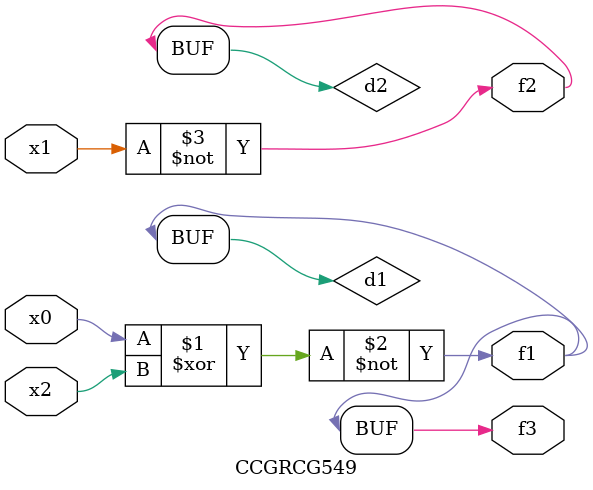
<source format=v>
module CCGRCG549(
	input x0, x1, x2,
	output f1, f2, f3
);

	wire d1, d2, d3;

	xnor (d1, x0, x2);
	nand (d2, x1);
	nor (d3, x1, x2);
	assign f1 = d1;
	assign f2 = d2;
	assign f3 = d1;
endmodule

</source>
